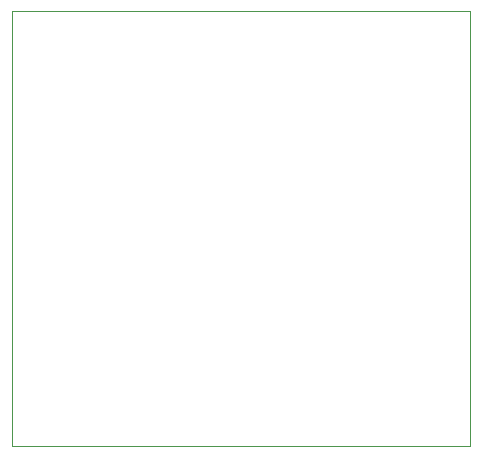
<source format=gbr>
%TF.GenerationSoftware,KiCad,Pcbnew,7.0.9*%
%TF.CreationDate,2024-01-07T17:51:15+01:00*%
%TF.ProjectId,K24LM1MA_veml7700_lightmeter,4b32344c-4d31-44d4-915f-76656d6c3737,rev?*%
%TF.SameCoordinates,Original*%
%TF.FileFunction,Profile,NP*%
%FSLAX46Y46*%
G04 Gerber Fmt 4.6, Leading zero omitted, Abs format (unit mm)*
G04 Created by KiCad (PCBNEW 7.0.9) date 2024-01-07 17:51:15*
%MOMM*%
%LPD*%
G01*
G04 APERTURE LIST*
%TA.AperFunction,Profile*%
%ADD10C,0.100000*%
%TD*%
G04 APERTURE END LIST*
D10*
X120015000Y-102870000D02*
X120015000Y-123190000D01*
X120015000Y-139700000D02*
X120015000Y-123190000D01*
X158750000Y-102870000D02*
X120015000Y-102870000D01*
X120015000Y-139700000D02*
X158750000Y-139700000D01*
X158750000Y-139700000D02*
X158750000Y-102870000D01*
M02*

</source>
